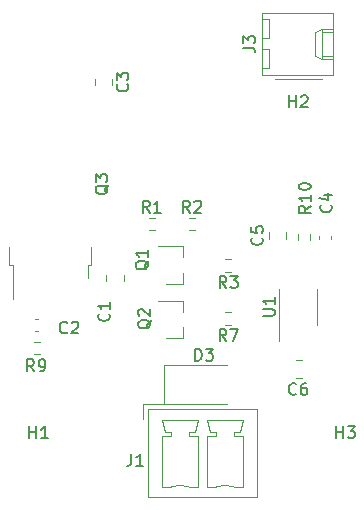
<source format=gbr>
%TF.GenerationSoftware,KiCad,Pcbnew,5.1.10-1.fc34*%
%TF.CreationDate,2021-09-08T08:00:36+01:00*%
%TF.ProjectId,cryosub_power_converter_top_v01,6372796f-7375-4625-9f70-6f7765725f63,rev?*%
%TF.SameCoordinates,Original*%
%TF.FileFunction,Legend,Top*%
%TF.FilePolarity,Positive*%
%FSLAX46Y46*%
G04 Gerber Fmt 4.6, Leading zero omitted, Abs format (unit mm)*
G04 Created by KiCad (PCBNEW 5.1.10-1.fc34) date 2021-09-08 08:00:36*
%MOMM*%
%LPD*%
G01*
G04 APERTURE LIST*
%ADD10C,0.120000*%
%ADD11C,0.150000*%
G04 APERTURE END LIST*
D10*
%TO.C,D3*%
X114600000Y-131950000D02*
X114600000Y-135250000D01*
X114600000Y-135250000D02*
X120000000Y-135250000D01*
X114600000Y-131950000D02*
X120000000Y-131950000D01*
%TO.C,C6*%
X125776248Y-131515000D02*
X126298752Y-131515000D01*
X125776248Y-132985000D02*
X126298752Y-132985000D01*
%TO.C,R10*%
X125977500Y-121342224D02*
X125977500Y-120832776D01*
X127022500Y-121342224D02*
X127022500Y-120832776D01*
%TO.C,C5*%
X123515000Y-121223752D02*
X123515000Y-120701248D01*
X124985000Y-121223752D02*
X124985000Y-120701248D01*
%TO.C,C4*%
X127740000Y-121258767D02*
X127740000Y-120966233D01*
X128760000Y-121258767D02*
X128760000Y-120966233D01*
%TO.C,J3*%
X122970000Y-107380000D02*
X128990000Y-107380000D01*
X128990000Y-107380000D02*
X128990000Y-102080000D01*
X128990000Y-102080000D02*
X122970000Y-102080000D01*
X122970000Y-102080000D02*
X122970000Y-107380000D01*
X124000000Y-107670000D02*
X128000000Y-107670000D01*
X128990000Y-106000000D02*
X127990000Y-106000000D01*
X127990000Y-106000000D02*
X127990000Y-103460000D01*
X127990000Y-103460000D02*
X128990000Y-103460000D01*
X127990000Y-106000000D02*
X127460000Y-105750000D01*
X127460000Y-105750000D02*
X127460000Y-103710000D01*
X127460000Y-103710000D02*
X127990000Y-103460000D01*
X128990000Y-105750000D02*
X127990000Y-105750000D01*
X128990000Y-103710000D02*
X127990000Y-103710000D01*
X122970000Y-106800000D02*
X123570000Y-106800000D01*
X123570000Y-106800000D02*
X123570000Y-105200000D01*
X123570000Y-105200000D02*
X122970000Y-105200000D01*
X122970000Y-104260000D02*
X123570000Y-104260000D01*
X123570000Y-104260000D02*
X123570000Y-102660000D01*
X123570000Y-102660000D02*
X122970000Y-102660000D01*
%TO.C,C1*%
X109765000Y-124798752D02*
X109765000Y-124276248D01*
X111235000Y-124798752D02*
X111235000Y-124276248D01*
%TO.C,C2*%
X104008767Y-127990000D02*
X103716233Y-127990000D01*
X104008767Y-129010000D02*
X103716233Y-129010000D01*
%TO.C,C3*%
X108765000Y-107701248D02*
X108765000Y-108223752D01*
X110235000Y-107701248D02*
X110235000Y-108223752D01*
%TO.C,J1*%
X112900000Y-135250000D02*
X114900000Y-135250000D01*
X112900000Y-136500000D02*
X112900000Y-135250000D01*
X121310000Y-142250000D02*
X120560000Y-142250000D01*
X121310000Y-137950000D02*
X121310000Y-142250000D01*
X120560000Y-137950000D02*
X121310000Y-137950000D01*
X120560000Y-137600000D02*
X120560000Y-137950000D01*
X121060000Y-137600000D02*
X120560000Y-137600000D01*
X121310000Y-136600000D02*
X121060000Y-137600000D01*
X118310000Y-136600000D02*
X121310000Y-136600000D01*
X118560000Y-137600000D02*
X118310000Y-136600000D01*
X119060000Y-137600000D02*
X118560000Y-137600000D01*
X119060000Y-137950000D02*
X119060000Y-137600000D01*
X118310000Y-137950000D02*
X119060000Y-137950000D01*
X118310000Y-142250000D02*
X118310000Y-137950000D01*
X119060000Y-142250000D02*
X118310000Y-142250000D01*
X117500000Y-142250000D02*
X116750000Y-142250000D01*
X117500000Y-137950000D02*
X117500000Y-142250000D01*
X116750000Y-137950000D02*
X117500000Y-137950000D01*
X116750000Y-137600000D02*
X116750000Y-137950000D01*
X117250000Y-137600000D02*
X116750000Y-137600000D01*
X117500000Y-136600000D02*
X117250000Y-137600000D01*
X114500000Y-136600000D02*
X117500000Y-136600000D01*
X114750000Y-137600000D02*
X114500000Y-136600000D01*
X115250000Y-137600000D02*
X114750000Y-137600000D01*
X115250000Y-137950000D02*
X115250000Y-137600000D01*
X114500000Y-137950000D02*
X115250000Y-137950000D01*
X114500000Y-142250000D02*
X114500000Y-137950000D01*
X115250000Y-142250000D02*
X114500000Y-142250000D01*
X122520000Y-135640000D02*
X113290000Y-135640000D01*
X122520000Y-143110000D02*
X122520000Y-135640000D01*
X113290000Y-143110000D02*
X122520000Y-143110000D01*
X113290000Y-135640000D02*
X113290000Y-143110000D01*
X116749647Y-142249845D02*
G75*
G03*
X115250000Y-142250000I-749647J-1700155D01*
G01*
X120559647Y-142249845D02*
G75*
G03*
X119060000Y-142250000I-749647J-1700155D01*
G01*
%TO.C,Q1*%
X116260000Y-125030000D02*
X116260000Y-124100000D01*
X116260000Y-121870000D02*
X116260000Y-122800000D01*
X116260000Y-121870000D02*
X114100000Y-121870000D01*
X116260000Y-125030000D02*
X114800000Y-125030000D01*
%TO.C,Q2*%
X116260000Y-129630000D02*
X114800000Y-129630000D01*
X116260000Y-126470000D02*
X114100000Y-126470000D01*
X116260000Y-126470000D02*
X116260000Y-127400000D01*
X116260000Y-129630000D02*
X116260000Y-128700000D01*
%TO.C,Q3*%
X108180000Y-123470000D02*
X108180000Y-124570000D01*
X108450000Y-123470000D02*
X108180000Y-123470000D01*
X108450000Y-121970000D02*
X108450000Y-123470000D01*
X101820000Y-123470000D02*
X101820000Y-126300000D01*
X101550000Y-123470000D02*
X101820000Y-123470000D01*
X101550000Y-121970000D02*
X101550000Y-123470000D01*
%TO.C,R1*%
X113332776Y-120522500D02*
X113842224Y-120522500D01*
X113332776Y-119477500D02*
X113842224Y-119477500D01*
%TO.C,R2*%
X116745276Y-119477500D02*
X117254724Y-119477500D01*
X116745276Y-120522500D02*
X117254724Y-120522500D01*
%TO.C,R3*%
X120342224Y-122977500D02*
X119832776Y-122977500D01*
X120342224Y-124022500D02*
X119832776Y-124022500D01*
%TO.C,R7*%
X120342224Y-127477500D02*
X119832776Y-127477500D01*
X120342224Y-128522500D02*
X119832776Y-128522500D01*
%TO.C,R9*%
X103657776Y-131022500D02*
X104167224Y-131022500D01*
X103657776Y-129977500D02*
X104167224Y-129977500D01*
%TO.C,U1*%
X124390000Y-127000000D02*
X124390000Y-129875000D01*
X124390000Y-127000000D02*
X124390000Y-125500000D01*
X127610000Y-127000000D02*
X127610000Y-128500000D01*
X127610000Y-127000000D02*
X127610000Y-125500000D01*
%TO.C,D3*%
D11*
X117261904Y-131552380D02*
X117261904Y-130552380D01*
X117500000Y-130552380D01*
X117642857Y-130600000D01*
X117738095Y-130695238D01*
X117785714Y-130790476D01*
X117833333Y-130980952D01*
X117833333Y-131123809D01*
X117785714Y-131314285D01*
X117738095Y-131409523D01*
X117642857Y-131504761D01*
X117500000Y-131552380D01*
X117261904Y-131552380D01*
X118166666Y-130552380D02*
X118785714Y-130552380D01*
X118452380Y-130933333D01*
X118595238Y-130933333D01*
X118690476Y-130980952D01*
X118738095Y-131028571D01*
X118785714Y-131123809D01*
X118785714Y-131361904D01*
X118738095Y-131457142D01*
X118690476Y-131504761D01*
X118595238Y-131552380D01*
X118309523Y-131552380D01*
X118214285Y-131504761D01*
X118166666Y-131457142D01*
%TO.C,C6*%
X125833333Y-134357142D02*
X125785714Y-134404761D01*
X125642857Y-134452380D01*
X125547619Y-134452380D01*
X125404761Y-134404761D01*
X125309523Y-134309523D01*
X125261904Y-134214285D01*
X125214285Y-134023809D01*
X125214285Y-133880952D01*
X125261904Y-133690476D01*
X125309523Y-133595238D01*
X125404761Y-133500000D01*
X125547619Y-133452380D01*
X125642857Y-133452380D01*
X125785714Y-133500000D01*
X125833333Y-133547619D01*
X126690476Y-133452380D02*
X126500000Y-133452380D01*
X126404761Y-133500000D01*
X126357142Y-133547619D01*
X126261904Y-133690476D01*
X126214285Y-133880952D01*
X126214285Y-134261904D01*
X126261904Y-134357142D01*
X126309523Y-134404761D01*
X126404761Y-134452380D01*
X126595238Y-134452380D01*
X126690476Y-134404761D01*
X126738095Y-134357142D01*
X126785714Y-134261904D01*
X126785714Y-134023809D01*
X126738095Y-133928571D01*
X126690476Y-133880952D01*
X126595238Y-133833333D01*
X126404761Y-133833333D01*
X126309523Y-133880952D01*
X126261904Y-133928571D01*
X126214285Y-134023809D01*
%TO.C,R10*%
X127052380Y-118442857D02*
X126576190Y-118776190D01*
X127052380Y-119014285D02*
X126052380Y-119014285D01*
X126052380Y-118633333D01*
X126100000Y-118538095D01*
X126147619Y-118490476D01*
X126242857Y-118442857D01*
X126385714Y-118442857D01*
X126480952Y-118490476D01*
X126528571Y-118538095D01*
X126576190Y-118633333D01*
X126576190Y-119014285D01*
X127052380Y-117490476D02*
X127052380Y-118061904D01*
X127052380Y-117776190D02*
X126052380Y-117776190D01*
X126195238Y-117871428D01*
X126290476Y-117966666D01*
X126338095Y-118061904D01*
X126052380Y-116871428D02*
X126052380Y-116776190D01*
X126100000Y-116680952D01*
X126147619Y-116633333D01*
X126242857Y-116585714D01*
X126433333Y-116538095D01*
X126671428Y-116538095D01*
X126861904Y-116585714D01*
X126957142Y-116633333D01*
X127004761Y-116680952D01*
X127052380Y-116776190D01*
X127052380Y-116871428D01*
X127004761Y-116966666D01*
X126957142Y-117014285D01*
X126861904Y-117061904D01*
X126671428Y-117109523D01*
X126433333Y-117109523D01*
X126242857Y-117061904D01*
X126147619Y-117014285D01*
X126100000Y-116966666D01*
X126052380Y-116871428D01*
%TO.C,C5*%
X122927142Y-121129166D02*
X122974761Y-121176785D01*
X123022380Y-121319642D01*
X123022380Y-121414880D01*
X122974761Y-121557738D01*
X122879523Y-121652976D01*
X122784285Y-121700595D01*
X122593809Y-121748214D01*
X122450952Y-121748214D01*
X122260476Y-121700595D01*
X122165238Y-121652976D01*
X122070000Y-121557738D01*
X122022380Y-121414880D01*
X122022380Y-121319642D01*
X122070000Y-121176785D01*
X122117619Y-121129166D01*
X122022380Y-120224404D02*
X122022380Y-120700595D01*
X122498571Y-120748214D01*
X122450952Y-120700595D01*
X122403333Y-120605357D01*
X122403333Y-120367261D01*
X122450952Y-120272023D01*
X122498571Y-120224404D01*
X122593809Y-120176785D01*
X122831904Y-120176785D01*
X122927142Y-120224404D01*
X122974761Y-120272023D01*
X123022380Y-120367261D01*
X123022380Y-120605357D01*
X122974761Y-120700595D01*
X122927142Y-120748214D01*
%TO.C,C4*%
X128757142Y-118366666D02*
X128804761Y-118414285D01*
X128852380Y-118557142D01*
X128852380Y-118652380D01*
X128804761Y-118795238D01*
X128709523Y-118890476D01*
X128614285Y-118938095D01*
X128423809Y-118985714D01*
X128280952Y-118985714D01*
X128090476Y-118938095D01*
X127995238Y-118890476D01*
X127900000Y-118795238D01*
X127852380Y-118652380D01*
X127852380Y-118557142D01*
X127900000Y-118414285D01*
X127947619Y-118366666D01*
X128185714Y-117509523D02*
X128852380Y-117509523D01*
X127804761Y-117747619D02*
X128519047Y-117985714D01*
X128519047Y-117366666D01*
%TO.C,J3*%
X121332380Y-105063333D02*
X122046666Y-105063333D01*
X122189523Y-105110952D01*
X122284761Y-105206190D01*
X122332380Y-105349047D01*
X122332380Y-105444285D01*
X121332380Y-104682380D02*
X121332380Y-104063333D01*
X121713333Y-104396666D01*
X121713333Y-104253809D01*
X121760952Y-104158571D01*
X121808571Y-104110952D01*
X121903809Y-104063333D01*
X122141904Y-104063333D01*
X122237142Y-104110952D01*
X122284761Y-104158571D01*
X122332380Y-104253809D01*
X122332380Y-104539523D01*
X122284761Y-104634761D01*
X122237142Y-104682380D01*
%TO.C,C1*%
X109957142Y-127566666D02*
X110004761Y-127614285D01*
X110052380Y-127757142D01*
X110052380Y-127852380D01*
X110004761Y-127995238D01*
X109909523Y-128090476D01*
X109814285Y-128138095D01*
X109623809Y-128185714D01*
X109480952Y-128185714D01*
X109290476Y-128138095D01*
X109195238Y-128090476D01*
X109100000Y-127995238D01*
X109052380Y-127852380D01*
X109052380Y-127757142D01*
X109100000Y-127614285D01*
X109147619Y-127566666D01*
X110052380Y-126614285D02*
X110052380Y-127185714D01*
X110052380Y-126900000D02*
X109052380Y-126900000D01*
X109195238Y-126995238D01*
X109290476Y-127090476D01*
X109338095Y-127185714D01*
%TO.C,C2*%
X106433333Y-129157142D02*
X106385714Y-129204761D01*
X106242857Y-129252380D01*
X106147619Y-129252380D01*
X106004761Y-129204761D01*
X105909523Y-129109523D01*
X105861904Y-129014285D01*
X105814285Y-128823809D01*
X105814285Y-128680952D01*
X105861904Y-128490476D01*
X105909523Y-128395238D01*
X106004761Y-128300000D01*
X106147619Y-128252380D01*
X106242857Y-128252380D01*
X106385714Y-128300000D01*
X106433333Y-128347619D01*
X106814285Y-128347619D02*
X106861904Y-128300000D01*
X106957142Y-128252380D01*
X107195238Y-128252380D01*
X107290476Y-128300000D01*
X107338095Y-128347619D01*
X107385714Y-128442857D01*
X107385714Y-128538095D01*
X107338095Y-128680952D01*
X106766666Y-129252380D01*
X107385714Y-129252380D01*
%TO.C,C3*%
X111537142Y-108129166D02*
X111584761Y-108176785D01*
X111632380Y-108319642D01*
X111632380Y-108414880D01*
X111584761Y-108557738D01*
X111489523Y-108652976D01*
X111394285Y-108700595D01*
X111203809Y-108748214D01*
X111060952Y-108748214D01*
X110870476Y-108700595D01*
X110775238Y-108652976D01*
X110680000Y-108557738D01*
X110632380Y-108414880D01*
X110632380Y-108319642D01*
X110680000Y-108176785D01*
X110727619Y-108129166D01*
X110632380Y-107795833D02*
X110632380Y-107176785D01*
X111013333Y-107510119D01*
X111013333Y-107367261D01*
X111060952Y-107272023D01*
X111108571Y-107224404D01*
X111203809Y-107176785D01*
X111441904Y-107176785D01*
X111537142Y-107224404D01*
X111584761Y-107272023D01*
X111632380Y-107367261D01*
X111632380Y-107652976D01*
X111584761Y-107748214D01*
X111537142Y-107795833D01*
%TO.C,H1*%
X103238095Y-138102380D02*
X103238095Y-137102380D01*
X103238095Y-137578571D02*
X103809523Y-137578571D01*
X103809523Y-138102380D02*
X103809523Y-137102380D01*
X104809523Y-138102380D02*
X104238095Y-138102380D01*
X104523809Y-138102380D02*
X104523809Y-137102380D01*
X104428571Y-137245238D01*
X104333333Y-137340476D01*
X104238095Y-137388095D01*
%TO.C,H2*%
X125238095Y-110102380D02*
X125238095Y-109102380D01*
X125238095Y-109578571D02*
X125809523Y-109578571D01*
X125809523Y-110102380D02*
X125809523Y-109102380D01*
X126238095Y-109197619D02*
X126285714Y-109150000D01*
X126380952Y-109102380D01*
X126619047Y-109102380D01*
X126714285Y-109150000D01*
X126761904Y-109197619D01*
X126809523Y-109292857D01*
X126809523Y-109388095D01*
X126761904Y-109530952D01*
X126190476Y-110102380D01*
X126809523Y-110102380D01*
%TO.C,H3*%
X129238095Y-138102380D02*
X129238095Y-137102380D01*
X129238095Y-137578571D02*
X129809523Y-137578571D01*
X129809523Y-138102380D02*
X129809523Y-137102380D01*
X130190476Y-137102380D02*
X130809523Y-137102380D01*
X130476190Y-137483333D01*
X130619047Y-137483333D01*
X130714285Y-137530952D01*
X130761904Y-137578571D01*
X130809523Y-137673809D01*
X130809523Y-137911904D01*
X130761904Y-138007142D01*
X130714285Y-138054761D01*
X130619047Y-138102380D01*
X130333333Y-138102380D01*
X130238095Y-138054761D01*
X130190476Y-138007142D01*
%TO.C,J1*%
X111866666Y-139452380D02*
X111866666Y-140166666D01*
X111819047Y-140309523D01*
X111723809Y-140404761D01*
X111580952Y-140452380D01*
X111485714Y-140452380D01*
X112866666Y-140452380D02*
X112295238Y-140452380D01*
X112580952Y-140452380D02*
X112580952Y-139452380D01*
X112485714Y-139595238D01*
X112390476Y-139690476D01*
X112295238Y-139738095D01*
%TO.C,Q1*%
X113347619Y-123095238D02*
X113300000Y-123190476D01*
X113204761Y-123285714D01*
X113061904Y-123428571D01*
X113014285Y-123523809D01*
X113014285Y-123619047D01*
X113252380Y-123571428D02*
X113204761Y-123666666D01*
X113109523Y-123761904D01*
X112919047Y-123809523D01*
X112585714Y-123809523D01*
X112395238Y-123761904D01*
X112300000Y-123666666D01*
X112252380Y-123571428D01*
X112252380Y-123380952D01*
X112300000Y-123285714D01*
X112395238Y-123190476D01*
X112585714Y-123142857D01*
X112919047Y-123142857D01*
X113109523Y-123190476D01*
X113204761Y-123285714D01*
X113252380Y-123380952D01*
X113252380Y-123571428D01*
X113252380Y-122190476D02*
X113252380Y-122761904D01*
X113252380Y-122476190D02*
X112252380Y-122476190D01*
X112395238Y-122571428D01*
X112490476Y-122666666D01*
X112538095Y-122761904D01*
%TO.C,Q2*%
X113547619Y-128095238D02*
X113500000Y-128190476D01*
X113404761Y-128285714D01*
X113261904Y-128428571D01*
X113214285Y-128523809D01*
X113214285Y-128619047D01*
X113452380Y-128571428D02*
X113404761Y-128666666D01*
X113309523Y-128761904D01*
X113119047Y-128809523D01*
X112785714Y-128809523D01*
X112595238Y-128761904D01*
X112500000Y-128666666D01*
X112452380Y-128571428D01*
X112452380Y-128380952D01*
X112500000Y-128285714D01*
X112595238Y-128190476D01*
X112785714Y-128142857D01*
X113119047Y-128142857D01*
X113309523Y-128190476D01*
X113404761Y-128285714D01*
X113452380Y-128380952D01*
X113452380Y-128571428D01*
X112547619Y-127761904D02*
X112500000Y-127714285D01*
X112452380Y-127619047D01*
X112452380Y-127380952D01*
X112500000Y-127285714D01*
X112547619Y-127238095D01*
X112642857Y-127190476D01*
X112738095Y-127190476D01*
X112880952Y-127238095D01*
X113452380Y-127809523D01*
X113452380Y-127190476D01*
%TO.C,Q3*%
X109947619Y-116695238D02*
X109900000Y-116790476D01*
X109804761Y-116885714D01*
X109661904Y-117028571D01*
X109614285Y-117123809D01*
X109614285Y-117219047D01*
X109852380Y-117171428D02*
X109804761Y-117266666D01*
X109709523Y-117361904D01*
X109519047Y-117409523D01*
X109185714Y-117409523D01*
X108995238Y-117361904D01*
X108900000Y-117266666D01*
X108852380Y-117171428D01*
X108852380Y-116980952D01*
X108900000Y-116885714D01*
X108995238Y-116790476D01*
X109185714Y-116742857D01*
X109519047Y-116742857D01*
X109709523Y-116790476D01*
X109804761Y-116885714D01*
X109852380Y-116980952D01*
X109852380Y-117171428D01*
X108852380Y-116409523D02*
X108852380Y-115790476D01*
X109233333Y-116123809D01*
X109233333Y-115980952D01*
X109280952Y-115885714D01*
X109328571Y-115838095D01*
X109423809Y-115790476D01*
X109661904Y-115790476D01*
X109757142Y-115838095D01*
X109804761Y-115885714D01*
X109852380Y-115980952D01*
X109852380Y-116266666D01*
X109804761Y-116361904D01*
X109757142Y-116409523D01*
%TO.C,R1*%
X113420833Y-119022380D02*
X113087500Y-118546190D01*
X112849404Y-119022380D02*
X112849404Y-118022380D01*
X113230357Y-118022380D01*
X113325595Y-118070000D01*
X113373214Y-118117619D01*
X113420833Y-118212857D01*
X113420833Y-118355714D01*
X113373214Y-118450952D01*
X113325595Y-118498571D01*
X113230357Y-118546190D01*
X112849404Y-118546190D01*
X114373214Y-119022380D02*
X113801785Y-119022380D01*
X114087500Y-119022380D02*
X114087500Y-118022380D01*
X113992261Y-118165238D01*
X113897023Y-118260476D01*
X113801785Y-118308095D01*
%TO.C,R2*%
X116833333Y-119022380D02*
X116500000Y-118546190D01*
X116261904Y-119022380D02*
X116261904Y-118022380D01*
X116642857Y-118022380D01*
X116738095Y-118070000D01*
X116785714Y-118117619D01*
X116833333Y-118212857D01*
X116833333Y-118355714D01*
X116785714Y-118450952D01*
X116738095Y-118498571D01*
X116642857Y-118546190D01*
X116261904Y-118546190D01*
X117214285Y-118117619D02*
X117261904Y-118070000D01*
X117357142Y-118022380D01*
X117595238Y-118022380D01*
X117690476Y-118070000D01*
X117738095Y-118117619D01*
X117785714Y-118212857D01*
X117785714Y-118308095D01*
X117738095Y-118450952D01*
X117166666Y-119022380D01*
X117785714Y-119022380D01*
%TO.C,R3*%
X119920833Y-125382380D02*
X119587500Y-124906190D01*
X119349404Y-125382380D02*
X119349404Y-124382380D01*
X119730357Y-124382380D01*
X119825595Y-124430000D01*
X119873214Y-124477619D01*
X119920833Y-124572857D01*
X119920833Y-124715714D01*
X119873214Y-124810952D01*
X119825595Y-124858571D01*
X119730357Y-124906190D01*
X119349404Y-124906190D01*
X120254166Y-124382380D02*
X120873214Y-124382380D01*
X120539880Y-124763333D01*
X120682738Y-124763333D01*
X120777976Y-124810952D01*
X120825595Y-124858571D01*
X120873214Y-124953809D01*
X120873214Y-125191904D01*
X120825595Y-125287142D01*
X120777976Y-125334761D01*
X120682738Y-125382380D01*
X120397023Y-125382380D01*
X120301785Y-125334761D01*
X120254166Y-125287142D01*
%TO.C,R7*%
X119920833Y-129882380D02*
X119587500Y-129406190D01*
X119349404Y-129882380D02*
X119349404Y-128882380D01*
X119730357Y-128882380D01*
X119825595Y-128930000D01*
X119873214Y-128977619D01*
X119920833Y-129072857D01*
X119920833Y-129215714D01*
X119873214Y-129310952D01*
X119825595Y-129358571D01*
X119730357Y-129406190D01*
X119349404Y-129406190D01*
X120254166Y-128882380D02*
X120920833Y-128882380D01*
X120492261Y-129882380D01*
%TO.C,R9*%
X103633333Y-132452380D02*
X103300000Y-131976190D01*
X103061904Y-132452380D02*
X103061904Y-131452380D01*
X103442857Y-131452380D01*
X103538095Y-131500000D01*
X103585714Y-131547619D01*
X103633333Y-131642857D01*
X103633333Y-131785714D01*
X103585714Y-131880952D01*
X103538095Y-131928571D01*
X103442857Y-131976190D01*
X103061904Y-131976190D01*
X104109523Y-132452380D02*
X104300000Y-132452380D01*
X104395238Y-132404761D01*
X104442857Y-132357142D01*
X104538095Y-132214285D01*
X104585714Y-132023809D01*
X104585714Y-131642857D01*
X104538095Y-131547619D01*
X104490476Y-131500000D01*
X104395238Y-131452380D01*
X104204761Y-131452380D01*
X104109523Y-131500000D01*
X104061904Y-131547619D01*
X104014285Y-131642857D01*
X104014285Y-131880952D01*
X104061904Y-131976190D01*
X104109523Y-132023809D01*
X104204761Y-132071428D01*
X104395238Y-132071428D01*
X104490476Y-132023809D01*
X104538095Y-131976190D01*
X104585714Y-131880952D01*
%TO.C,U1*%
X123002380Y-127761904D02*
X123811904Y-127761904D01*
X123907142Y-127714285D01*
X123954761Y-127666666D01*
X124002380Y-127571428D01*
X124002380Y-127380952D01*
X123954761Y-127285714D01*
X123907142Y-127238095D01*
X123811904Y-127190476D01*
X123002380Y-127190476D01*
X124002380Y-126190476D02*
X124002380Y-126761904D01*
X124002380Y-126476190D02*
X123002380Y-126476190D01*
X123145238Y-126571428D01*
X123240476Y-126666666D01*
X123288095Y-126761904D01*
%TD*%
M02*

</source>
